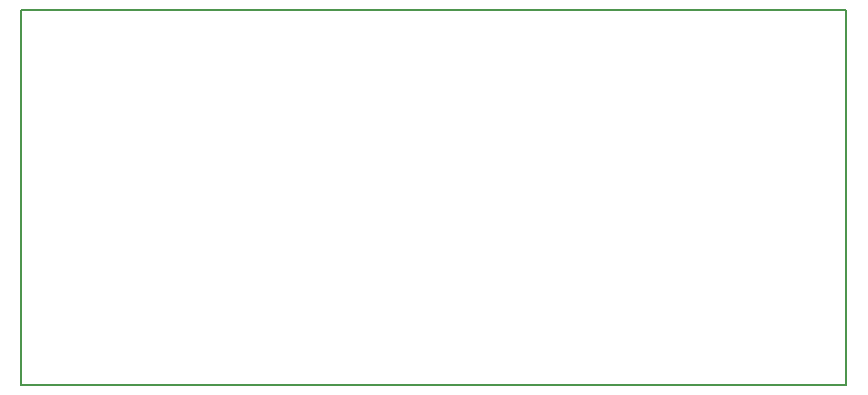
<source format=gbr>
G04 DipTrace 2.4.0.1*
%INBoardOutline.gbr*%
%MOIN*%
%ADD11C,0.0055*%
%FSLAX44Y44*%
G04*
G70*
G90*
G75*
G01*
%LNBoardOutline*%
%LPD*%
X31440Y16440D2*
D11*
X3940D1*
Y3940D1*
X31440D1*
Y16440D1*
M02*

</source>
